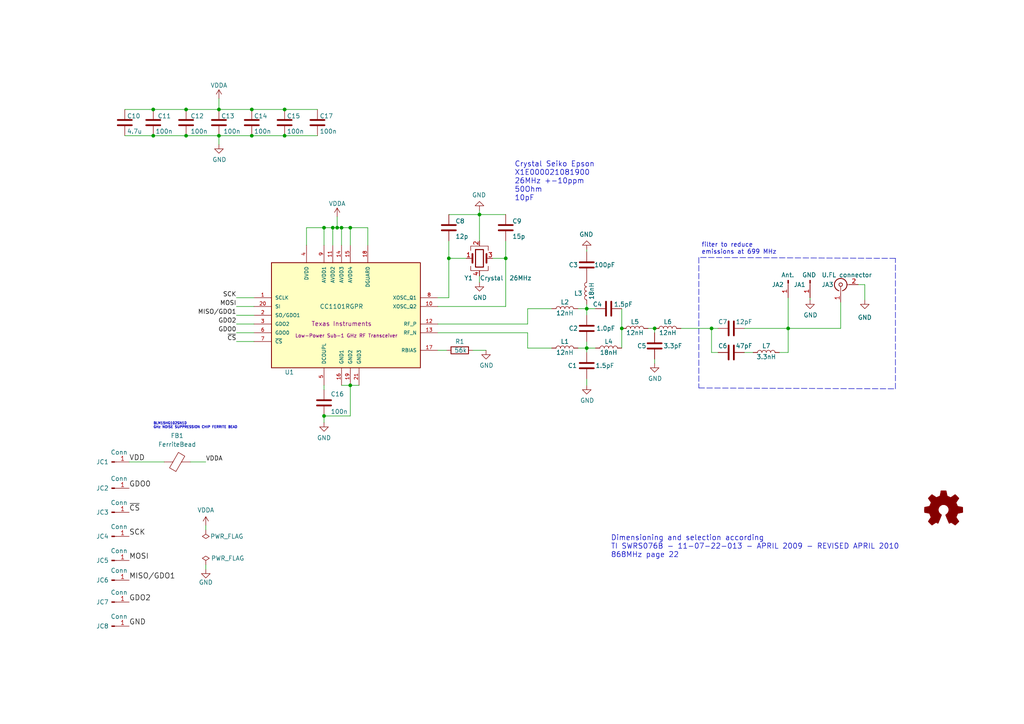
<source format=kicad_sch>
(kicad_sch (version 20211123) (generator eeschema)
  (paper "A4")
  (title_block (title "CC1101_868MHz_UFL_RF_Modul_FUEL4EP") (date "2023-08-28") (rev "1.1") (company "(C) FUEL4EP 2023") (comment 1 "fork of Jérômes CC1101_module https://github.com/jp112sdl/CC1101_Module ") (comment 2 "Creative Commons License, non-commercial") (comment 3 "for AsksinPP DIY devices") (comment 4 "868.3 MHz CC1101 RF tranceiver module prepared for JLCPCB assembly"))
  (lib_symbols
    (symbol "Connector:Conn_01x01_Male" (pin_names (offset 1.016) hide)
      (property "Reference" "J" (at 0 2.54 0))
      (property "Value" "Conn_01x01_Male" (at 0 -2.54 0))
      (symbol "Conn_01x01_Male_1_1"
        (polyline (pts (xy 1.27 0) (xy 0.8636 0)) (stroke (width 0.1524)))
        (rectangle (start 0.8636 0.127) (end 0 -0.127) (stroke (width 0.1524)) (fill (type outline)))
        (pin passive line (at 5.08 0 180) (length 3.81) (name "Pin_1") (number "1"))
      )
    )
    (symbol "Connector:Conn_Coaxial" (pin_names (offset 1.016) hide)
      (property "Reference" "J" (at 0.254 3.048 0))
      (property "Value" "Conn_Coaxial" (at 2.921 0 90))
      (symbol "Conn_Coaxial_0_1"
        (arc (start -1.778 -0.508) (mid 0.2311 -1.8066) (end 1.778 0) (stroke (width 0.254)))
        (polyline (pts (xy -2.54 0) (xy -0.508 0)))
        (polyline (pts (xy 0 -2.54) (xy 0 -1.778)))
        (circle (center 0 0) (radius 0.508) (stroke (width 0.2032)))
        (arc (start 1.778 0) (mid 0.2099 1.8101) (end -1.778 0.508) (stroke (width 0.254)))
      )
      (symbol "Conn_Coaxial_1_1"
        (pin passive line (at -5.08 0 0) (length 2.54) (name "In") (number "1"))
        (pin passive line (at 0 -5.08 90) (length 2.54) (name "Ext") (number "2"))
      )
    )
    (symbol "Device:C" (pin_numbers hide) (pin_names (offset 0.254))
      (property "Reference" "C" (at 0.635 2.54 0))
      (property "Value" "C" (at 0.635 -2.54 0))
      (symbol "C_0_1"
        (polyline (pts (xy -2.032 -0.762) (xy 2.032 -0.762)) (stroke (width 0.508)))
        (polyline (pts (xy -2.032 0.762) (xy 2.032 0.762)) (stroke (width 0.508)))
      )
      (symbol "C_1_1"
        (pin passive line (at 0 3.81 270) (length 2.794) (name "~") (number "1"))
        (pin passive line (at 0 -3.81 90) (length 2.794) (name "~") (number "2"))
      )
    )
    (symbol "Device:Crystal_GND24" (pin_names (offset 1.016) hide)
      (property "Reference" "Y" (at 3.175 5.08 0))
      (property "Value" "Crystal_GND24" (at 3.175 3.175 0))
      (symbol "Crystal_GND24_0_1"
        (rectangle (start -1.143 2.54) (end 1.143 -2.54) (stroke (width 0.3048)))
        (polyline (pts (xy -2.54 0) (xy -2.032 0)))
        (polyline (pts (xy -2.032 -1.27) (xy -2.032 1.27)) (stroke (width 0.508)))
        (polyline (pts (xy 0 -3.81) (xy 0 -3.556)))
        (polyline (pts (xy 0 3.556) (xy 0 3.81)))
        (polyline (pts (xy 2.032 -1.27) (xy 2.032 1.27)) (stroke (width 0.508)))
        (polyline (pts (xy 2.032 0) (xy 2.54 0)))
        (polyline (pts (xy -2.54 -2.286) (xy -2.54 -3.556) (xy 2.54 -3.556) (xy 2.54 -2.286)))
        (polyline (pts (xy -2.54 2.286) (xy -2.54 3.556) (xy 2.54 3.556) (xy 2.54 2.286)))
      )
      (symbol "Crystal_GND24_1_1"
        (pin passive line (at -3.81 0 0) (length 1.27) (name "1") (number "1"))
        (pin passive line (at 0 5.08 270) (length 1.27) (name "2") (number "2"))
        (pin passive line (at 3.81 0 180) (length 1.27) (name "3") (number "3"))
        (pin passive line (at 0 -5.08 90) (length 1.27) (name "4") (number "4"))
      )
    )
    (symbol "Device:FerriteBead" (pin_numbers hide) (pin_names (offset 0))
      (property "Reference" "FB" (at -3.81 0.635 90))
      (property "Value" "FerriteBead" (at 3.81 0 90))
      (symbol "FerriteBead_0_1"
        (polyline (pts (xy 0 -1.27) (xy 0 -1.2192)))
        (polyline (pts (xy 0 1.27) (xy 0 1.2954)))
        (polyline (pts (xy -2.7686 0.4064) (xy -1.7018 2.2606) (xy 2.7686 -0.3048) (xy 1.6764 -2.159) (xy -2.7686 0.4064)))
      )
      (symbol "FerriteBead_1_1"
        (pin passive line (at 0 3.81 270) (length 2.54) (name "~") (number "1"))
        (pin passive line (at 0 -3.81 90) (length 2.54) (name "~") (number "2"))
      )
    )
    (symbol "Device:L" (pin_numbers hide) (pin_names (offset 1.016) hide)
      (property "Reference" "L" (at -1.27 0 90))
      (property "Value" "L" (at 1.905 0 90))
      (symbol "L_0_1"
        (arc (start 0 -2.54) (mid 0.635 -1.905) (end 0 -1.27))
        (arc (start 0 -1.27) (mid 0.635 -0.635) (end 0 0))
        (arc (start 0 0) (mid 0.635 0.635) (end 0 1.27))
        (arc (start 0 1.27) (mid 0.635 1.905) (end 0 2.54))
      )
      (symbol "L_1_1"
        (pin passive line (at 0 3.81 270) (length 1.27) (name "1") (number "1"))
        (pin passive line (at 0 -3.81 90) (length 1.27) (name "2") (number "2"))
      )
    )
    (symbol "Device:R" (pin_numbers hide) (pin_names (offset 0))
      (property "Reference" "R" (at 2.032 0 90))
      (property "Value" "R" (at 0 0 90))
      (symbol "R_0_1"
        (rectangle (start -1.016 -2.54) (end 1.016 2.54) (stroke (width 0.254)))
      )
      (symbol "R_1_1"
        (pin passive line (at 0 3.81 270) (length 1.27) (name "~") (number "1"))
        (pin passive line (at 0 -3.81 90) (length 1.27) (name "~") (number "2"))
      )
    )
    (symbol "FUEL4EP:CC1101RGPR" (pin_names (offset 1.016))
      (property "Reference" "U" (at -20.955 -18.415 0))
      (property "Value" "CC1101RGPR" (at -6.35 2.54 0))
      (symbol "CC1101RGPR_0_0"
        (rectangle (start -20.32 -15.24) (end 22.86 15.24) (stroke (width 0.254)) (fill (type background)))
        (pin input line (at -25.4 5.08 0) (length 5.08) (name "SCLK") (number "1"))
        (pin bidirectional line (at 27.94 2.54 180) (length 5.08) (name "XOSC_Q2") (number "10"))
        (pin power_in line (at -2.54 20.32 270) (length 5.08) (name "AVDD2") (number "11"))
        (pin bidirectional line (at 27.94 -2.54 180) (length 5.08) (name "RF_P") (number "12"))
        (pin bidirectional line (at 27.94 -5.08 180) (length 5.08) (name "RF_N") (number "13"))
        (pin power_in line (at 0 20.32 270) (length 5.08) (name "AVDD3") (number "14"))
        (pin power_in line (at 2.54 20.32 270) (length 5.08) (name "AVDD4") (number "15"))
        (pin power_in line (at 0 -20.32 90) (length 5.08) (name "GND1") (number "16"))
        (pin bidirectional line (at 27.94 -10.16 180) (length 5.08) (name "RBIAS") (number "17"))
        (pin power_in line (at 7.62 20.32 270) (length 5.08) (name "DGUARD") (number "18"))
        (pin power_in line (at 2.54 -20.32 90) (length 5.08) (name "GND2") (number "19"))
        (pin bidirectional line (at -25.4 0 0) (length 5.08) (name "SO/GDO1") (number "2"))
        (pin input line (at -25.4 2.54 0) (length 5.08) (name "SI") (number "20"))
        (pin power_in line (at 5.08 -20.32 90) (length 5.08) (name "GND3") (number "21"))
        (pin output line (at -25.4 -2.54 0) (length 5.08) (name "GDO2") (number "3"))
        (pin power_in line (at -10.16 20.32 270) (length 5.08) (name "DVDD") (number "4"))
        (pin bidirectional line (at -5.08 -20.32 90) (length 5.08) (name "DCOUPL") (number "5"))
        (pin output line (at -25.4 -5.08 0) (length 5.08) (name "GDO0") (number "6"))
        (pin input line (at -25.4 -7.62 0) (length 5.08) (name "~{CS}") (number "7"))
        (pin bidirectional line (at 27.94 5.08 180) (length 5.08) (name "XOSC_Q1") (number "8"))
        (pin power_in line (at -5.08 20.32 270) (length 5.08) (name "AVDD1") (number "9"))
      )
    )
    (symbol "Graphic:Logo_Open_Hardware_Small" (pin_names (offset 1.016))
      (symbol "Logo_Open_Hardware_Small_0_1"
        (polyline (pts (xy 3.3528 -4.3434) (xy 3.302 -4.318) (xy 3.175 -4.2418) (xy 2.9972 -4.1148) (xy 2.7686 -3.9624) (xy 2.54 -3.81) (xy 2.3622 -3.7084) (xy 2.2352 -3.6068) (xy 2.1844 -3.5814) (xy 2.159 -3.6068) (xy 2.0574 -3.6576) (xy 1.905 -3.7338) (xy 1.8034 -3.7846) (xy 1.6764 -3.8354) (xy 1.6002 -3.8354) (xy 1.6002 -3.8354) (xy 1.5494 -3.7338) (xy 1.4732 -3.5306) (xy 1.3462 -3.302) (xy 1.2446 -3.0226) (xy 1.1176 -2.7178) (xy 0.9652 -2.413) (xy 0.8636 -2.1082) (xy 0.7366 -1.8288) (xy 0.6604 -1.6256) (xy 0.6096 -1.4732) (xy 0.5842 -1.397) (xy 0.5842 -1.397) (xy 0.6604 -1.3208) (xy 0.7874 -1.2446) (xy 1.0414 -1.016) (xy 1.2954 -0.6858) (xy 1.4478 -0.3302) (xy 1.524 0.0762) (xy 1.4732 0.4572) (xy 1.3208 0.8128) (xy 1.0668 1.143) (xy 0.762 1.3716) (xy 0.4064 1.524) (xy 0 1.5748) (xy -0.381 1.5494) (xy -0.7366 1.397) (xy -1.0668 1.143) (xy -1.2192 0.9906) (xy -1.397 0.6604) (xy -1.524 0.3048) (xy -1.524 0.2286) (xy -1.4986 -0.1778) (xy -1.397 -0.5334) (xy -1.1938 -0.8636) (xy -0.9144 -1.143) (xy -0.8636 -1.1684) (xy -0.7366 -1.27) (xy -0.635 -1.3462) (xy -0.5842 -1.397) (xy -1.0668 -2.5908) (xy -1.143 -2.794) (xy -1.2954 -3.1242) (xy -1.397 -3.4036) (xy -1.4986 -3.6322) (xy -1.5748 -3.7846) (xy -1.6002 -3.8354) (xy -1.6002 -3.8354) (xy -1.651 -3.8354) (xy -1.7272 -3.81) (xy -1.905 -3.7338) (xy -2.0066 -3.683) (xy -2.1336 -3.6068) (xy -2.2098 -3.5814) (xy -2.2606 -3.6068) (xy -2.3622 -3.683) (xy -2.54 -3.81) (xy -2.7686 -3.9624) (xy -2.9718 -4.0894) (xy -3.1496 -4.2164) (xy -3.302 -4.318) (xy -3.3528 -4.3434) (xy -3.3782 -4.3434) (xy -3.429 -4.318) (xy -3.5306 -4.2164) (xy -3.7084 -4.064) (xy -3.937 -3.8354) (xy -3.9624 -3.81) (xy -4.1656 -3.6068) (xy -4.318 -3.4544) (xy -4.4196 -3.3274) (xy -4.445 -3.2766) (xy -4.445 -3.2766) (xy -4.4196 -3.2258) (xy -4.318 -3.0734) (xy -4.2164 -2.8956) (xy -4.064 -2.667) (xy -3.6576 -2.0828) (xy -3.8862 -1.5494) (xy -3.937 -1.3716) (xy -4.0386 -1.1684) (xy -4.0894 -1.0414) (xy -4.1148 -0.9652) (xy -4.191 -0.9398) (xy -4.318 -0.9144) (xy -4.5466 -0.8636) (xy -4.8006 -0.8128) (xy -5.0546 -0.7874) (xy -5.2578 -0.7366) (xy -5.4356 -0.7112) (xy -5.5118 -0.6858) (xy -5.5118 -0.6858) (xy -5.5372 -0.635) (xy -5.5372 -0.5588) (xy -5.5372 -0.4318) (xy -5.5626 -0.2286) (xy -5.5626 0.0762) (xy -5.5626 0.127) (xy -5.5372 0.4064) (xy -5.5372 0.635) (xy -5.5372 0.762) (xy -5.5372 0.8382) (xy -5.5372 0.8382) (xy -5.461 0.8382) (xy -5.3086 0.889) (xy -5.08 0.9144) (xy -4.826 0.9652) (xy -4.8006 0.9906) (xy -4.5466 1.0414) (xy -4.318 1.0668) (xy -4.1656 1.1176) (xy -4.0894 1.143) (xy -4.0894 1.143) (xy -4.0386 1.2446) (xy -3.9624 1.4224) (xy -3.8608 1.6256) (xy -3.7846 1.8288) (xy -3.7084 2.0066) (xy -3.6576 2.159) (xy -3.6322 2.2098) (xy -3.6322 2.2098) (xy -3.683 2.286) (xy -3.7592 2.413) (xy -3.8862 2.5908) (xy -4.064 2.8194) (xy -4.064 2.8448) (xy -4.2164 3.0734) (xy -4.3434 3.2512) (xy -4.4196 3.3782) (xy -4.445 3.4544) (xy -4.445 3.4544) (xy -4.3942 3.5052) (xy -4.2926 3.6322) (xy -4.1148 3.81) (xy -3.937 4.0132) (xy -3.8608 4.064) (xy -3.6576 4.2926) (xy -3.5052 4.4196) (xy -3.4036 4.4958) (xy -3.3528 4.5212) (xy -3.3528 4.5212) (xy -3.302 4.4704) (xy -3.1496 4.3688) (xy -2.9718 4.2418) (xy -2.7432 4.0894) (xy -2.7178 4.0894) (xy -2.4892 3.937) (xy -2.3114 3.81) (xy -2.1844 3.7084) (xy -2.1336 3.683) (xy -2.1082 3.683) (xy -2.032 3.7084) (xy -1.8542 3.7592) (xy -1.6764 3.8354) (xy -1.4732 3.937) (xy -1.27 4.0132) (xy -1.143 4.064) (xy -1.0668 4.1148) (xy -1.0668 4.1148) (xy -1.0414 4.191) (xy -1.016 4.3434) (xy -0.9652 4.572) (xy -0.9144 4.8514) (xy -0.889 4.9022) (xy -0.8382 5.1562) (xy -0.8128 5.3848) (xy -0.7874 5.5372) (xy -0.762 5.588) (xy -0.7112 5.6134) (xy -0.5842 5.6134) (xy -0.4064 5.6134) (xy -0.1524 5.6134) (xy 0.0762 5.6134) (xy 0.3302 5.6134) (xy 0.5334 5.6134) (xy 0.6858 5.588) (xy 0.7366 5.588) (xy 0.7366 5.588) (xy 0.762 5.5118) (xy 0.8128 5.334) (xy 0.8382 5.1054) (xy 0.9144 4.826) (xy 0.9144 4.7752) (xy 0.9652 4.5212) (xy 1.016 4.2926) (xy 1.0414 4.1402) (xy 1.0668 4.0894) (xy 1.0668 4.0894) (xy 1.1938 4.0386) (xy 1.3716 3.9624) (xy 1.5748 3.8608) (xy 2.0828 3.6576) (xy 2.7178 4.0894) (xy 2.7686 4.1402) (xy 2.9972 4.2926) (xy 3.175 4.4196) (xy 3.302 4.4958) (xy 3.3782 4.5212) (xy 3.3782 4.5212) (xy 3.429 4.4704) (xy 3.556 4.3434) (xy 3.7338 4.191) (xy 3.9116 3.9878) (xy 4.064 3.8354) (xy 4.2418 3.6576) (xy 4.3434 3.556) (xy 4.4196 3.4798) (xy 4.4196 3.429) (xy 4.4196 3.4036) (xy 4.3942 3.3274) (xy 4.2926 3.2004) (xy 4.1656 2.9972) (xy 4.0132 2.794) (xy 3.8862 2.5908) (xy 3.7592 2.3876) (xy 3.6576 2.2352) (xy 3.6322 2.159) (xy 3.6322 2.1336) (xy 3.683 2.0066) (xy 3.7592 1.8288) (xy 3.8608 1.6002) (xy 4.064 1.1176) (xy 4.3942 1.0414) (xy 4.5974 1.016) (xy 4.8768 0.9652) (xy 5.1308 0.9144) (xy 5.5372 0.8382) (xy 5.5626 -0.6604) (xy 5.4864 -0.6858) (xy 5.4356 -0.6858) (xy 5.2832 -0.7366) (xy 5.0546 -0.762) (xy 4.8006 -0.8128) (xy 4.5974 -0.8636) (xy 4.3688 -0.9144) (xy 4.2164 -0.9398) (xy 4.1402 -0.9398) (xy 4.1148 -0.9652) (xy 4.064 -1.0668) (xy 3.9878 -1.2446) (xy 3.9116 -1.4478) (xy 3.81 -1.651) (xy 3.7338 -1.8542) (xy 3.683 -2.0066) (xy 3.6576 -2.0828) (xy 3.683 -2.1336) (xy 3.7846 -2.2606) (xy 3.8862 -2.4638) (xy 4.0386 -2.667) (xy 4.191 -2.8956) (xy 4.318 -3.0734) (xy 4.3942 -3.2004) (xy 4.445 -3.2766) (xy 4.4196 -3.3274) (xy 4.3434 -3.429) (xy 4.1656 -3.5814) (xy 3.937 -3.8354) (xy 3.8862 -3.8608) (xy 3.683 -4.064) (xy 3.5306 -4.2164) (xy 3.4036 -4.318) (xy 3.3528 -4.3434)) (fill (type outline)))
      )
    )
    (symbol "power:GND" (power) (pin_names (offset 0))
      (property "Value" "GND" (at 0 -3.81 0))
      (symbol "GND_0_1"
        (polyline (pts (xy 0 0) (xy 0 -1.27) (xy 1.27 -1.27) (xy 0 -2.54) (xy -1.27 -1.27) (xy 0 -1.27)))
      )
      (symbol "GND_1_1"
        (pin power_in line (at 0 0 270) (length 0) hide (name "GND") (number "1"))
      )
    )
    (symbol "power:PWR_FLAG" (power) (pin_numbers hide) (pin_names (offset 0) hide)
      (property "Value" "PWR_FLAG" (at 0 3.81 0))
      (symbol "PWR_FLAG_0_0"
        (pin power_out line (at 0 0 90) (length 0) (name "pwr") (number "1"))
      )
      (symbol "PWR_FLAG_0_1"
        (polyline (pts (xy 0 0) (xy 0 1.27) (xy -1.016 1.905) (xy 0 2.54) (xy 1.016 1.905) (xy 0 1.27)))
      )
    )
    (symbol "power:VDDA" (power) (pin_names (offset 0))
      (property "Value" "VDDA" (at 0 3.81 0))
      (symbol "VDDA_0_1"
        (polyline (pts (xy -0.762 1.27) (xy 0 2.54)))
        (polyline (pts (xy 0 0) (xy 0 2.54)))
        (polyline (pts (xy 0 2.54) (xy 0.762 1.27)))
      )
      (symbol "VDDA_1_1"
        (pin power_in line (at 0 0 90) (length 0) hide (name "VDDA") (number "1"))
      )
    )
  )
  (junction (at 73.025 31.75))
  (junction (at 101.6 66.04))
  (junction (at 63.5 39.37))
  (junction (at 44.45 39.37))
  (junction (at 82.55 31.75))
  (junction (at 97.79 66.04))
  (junction (at 93.98 66.04))
  (junction (at 53.975 39.37))
  (junction (at 146.685 74.93))
  (junction (at 228.6 95.25))
  (junction (at 63.5 31.75))
  (junction (at 180.34 95.25))
  (junction (at 44.45 31.75))
  (junction (at 170.18 100.965))
  (junction (at 73.025 39.37))
  (junction (at 82.55 39.37))
  (junction (at 130.175 74.93))
  (junction (at 93.98 120.65))
  (junction (at 99.06 66.04))
  (junction (at 206.375 95.25))
  (junction (at 189.865 95.25))
  (junction (at 139.065 62.23))
  (junction (at 101.6 111.76))
  (junction (at 53.975 31.75))
  (junction (at 96.52 66.04))
  (junction (at 170.18 89.535))
  (wire (pts (xy 139.065 62.23) (xy 130.175 62.23)))
  (wire (pts (xy 146.685 62.23) (xy 139.065 62.23)))
  (wire (pts (xy 170.18 89.535) (xy 170.18 91.44)))
  (wire (pts (xy 101.6 120.65) (xy 93.98 120.65)))
  (wire (pts (xy 73.025 31.75) (xy 82.55 31.75)))
  (wire (pts (xy 44.45 39.37) (xy 53.975 39.37)))
  (wire (pts (xy 44.45 31.75) (xy 53.975 31.75)))
  (wire (pts (xy 127 96.52) (xy 153.035 96.52)))
  (wire (pts (xy 88.9 66.04) (xy 88.9 71.12)))
  (wire (pts (xy 139.065 62.23) (xy 139.065 69.85)))
  (wire (pts (xy 97.79 66.04) (xy 99.06 66.04)))
  (wire (pts (xy 170.18 100.965) (xy 170.18 99.06)))
  (wire (pts (xy 82.55 38.735) (xy 82.55 39.37)))
  (wire (pts (xy 170.18 88.265) (xy 170.18 89.535)))
  (wire (pts (xy 139.065 60.96) (xy 139.065 62.23)))
  (wire (pts (xy 197.485 95.25) (xy 206.375 95.25)))
  (wire (pts (xy 167.64 100.965) (xy 170.18 100.965)))
  (wire (pts (xy 101.6 66.04) (xy 106.68 66.04)))
  (wire (pts (xy 189.865 95.25) (xy 189.865 96.52)))
  (wire (pts (xy 130.175 74.93) (xy 130.175 86.36)))
  (wire (pts (xy 180.34 95.25) (xy 180.34 100.965)))
  (wire (pts (xy 170.18 100.965) (xy 170.18 102.235)))
  (wire (pts (xy 208.28 102.235) (xy 206.375 102.235)))
  (wire (pts (xy 130.175 86.36) (xy 127 86.36)))
  (wire (pts (xy 63.5 28.575) (xy 63.5 31.75)))
  (polyline (pts (xy 202.692 112.522) (xy 259.715 112.776)))
  (wire (pts (xy 106.68 66.04) (xy 106.68 71.12)))
  (wire (pts (xy 99.06 66.04) (xy 99.06 71.12)))
  (wire (pts (xy 63.5 39.37) (xy 63.5 41.91)))
  (wire (pts (xy 68.58 93.98) (xy 73.66 93.98)))
  (wire (pts (xy 63.5 31.75) (xy 73.025 31.75)))
  (wire (pts (xy 250.825 82.55) (xy 250.825 86.995)))
  (wire (pts (xy 228.6 86.36) (xy 228.6 95.25)))
  (wire (pts (xy 127 93.98) (xy 153.035 93.98)))
  (polyline (pts (xy 259.715 74.93) (xy 202.692 74.676)))
  (wire (pts (xy 68.58 96.52) (xy 73.66 96.52)))
  (wire (pts (xy 59.69 163.83) (xy 59.69 165.1)))
  (wire (pts (xy 82.55 39.37) (xy 92.075 39.37)))
  (wire (pts (xy 243.84 95.25) (xy 243.84 87.63)))
  (wire (pts (xy 153.035 89.535) (xy 160.02 89.535)))
  (polyline (pts (xy 259.715 112.776) (xy 259.715 74.93)))
  (wire (pts (xy 97.79 62.865) (xy 97.79 66.04)))
  (wire (pts (xy 170.18 100.965) (xy 172.72 100.965)))
  (wire (pts (xy 37.465 133.985) (xy 47.625 133.985)))
  (wire (pts (xy 153.035 93.98) (xy 153.035 89.535)))
  (wire (pts (xy 127 88.9) (xy 146.685 88.9)))
  (wire (pts (xy 153.035 100.965) (xy 160.02 100.965)))
  (wire (pts (xy 101.6 111.76) (xy 99.06 111.76)))
  (wire (pts (xy 206.375 95.25) (xy 208.28 95.25)))
  (wire (pts (xy 36.195 31.75) (xy 44.45 31.75)))
  (wire (pts (xy 248.92 82.55) (xy 250.825 82.55)))
  (wire (pts (xy 36.195 39.37) (xy 44.45 39.37)))
  (wire (pts (xy 170.18 72.39) (xy 170.18 73.025)))
  (wire (pts (xy 82.55 31.75) (xy 92.075 31.75)))
  (wire (pts (xy 130.175 69.85) (xy 130.175 74.93)))
  (wire (pts (xy 55.245 133.985) (xy 59.69 133.985)))
  (wire (pts (xy 180.34 89.535) (xy 180.34 95.25)))
  (wire (pts (xy 215.9 95.25) (xy 228.6 95.25)))
  (wire (pts (xy 93.98 66.04) (xy 88.9 66.04)))
  (wire (pts (xy 53.975 39.37) (xy 63.5 39.37)))
  (wire (pts (xy 68.58 88.9) (xy 73.66 88.9)))
  (wire (pts (xy 93.98 66.04) (xy 96.52 66.04)))
  (wire (pts (xy 101.6 66.04) (xy 101.6 71.12)))
  (wire (pts (xy 228.6 102.235) (xy 226.06 102.235)))
  (wire (pts (xy 101.6 111.76) (xy 101.6 120.65)))
  (wire (pts (xy 146.685 74.93) (xy 146.685 88.9)))
  (wire (pts (xy 68.58 86.36) (xy 73.66 86.36)))
  (wire (pts (xy 68.58 99.06) (xy 73.66 99.06)))
  (wire (pts (xy 99.06 66.04) (xy 101.6 66.04)))
  (wire (pts (xy 206.375 102.235) (xy 206.375 95.25)))
  (wire (pts (xy 93.98 120.65) (xy 93.98 122.555)))
  (wire (pts (xy 96.52 66.04) (xy 96.52 71.12)))
  (wire (pts (xy 228.6 95.25) (xy 228.6 102.235)))
  (wire (pts (xy 139.065 80.01) (xy 139.065 81.915)))
  (wire (pts (xy 234.95 86.36) (xy 234.95 86.995)))
  (wire (pts (xy 218.44 102.235) (xy 215.9 102.235)))
  (wire (pts (xy 170.18 109.855) (xy 170.18 111.76)))
  (wire (pts (xy 167.64 89.535) (xy 170.18 89.535)))
  (wire (pts (xy 68.58 91.44) (xy 73.66 91.44)))
  (polyline (pts (xy 202.692 74.676) (xy 202.692 112.522)))
  (wire (pts (xy 146.685 74.93) (xy 146.685 69.85)))
  (wire (pts (xy 130.175 74.93) (xy 135.255 74.93)))
  (wire (pts (xy 101.6 111.76) (xy 104.14 111.76)))
  (wire (pts (xy 127 101.6) (xy 129.54 101.6)))
  (wire (pts (xy 96.52 66.04) (xy 97.79 66.04)))
  (wire (pts (xy 153.035 96.52) (xy 153.035 100.965)))
  (wire (pts (xy 63.5 39.37) (xy 73.025 39.37)))
  (wire (pts (xy 73.025 39.37) (xy 82.55 39.37)))
  (wire (pts (xy 142.875 74.93) (xy 146.685 74.93)))
  (wire (pts (xy 137.16 101.6) (xy 140.97 101.6)))
  (wire (pts (xy 53.975 31.75) (xy 63.5 31.75)))
  (wire (pts (xy 93.98 111.76) (xy 93.98 113.03)))
  (wire (pts (xy 228.6 95.25) (xy 243.84 95.25)))
  (wire (pts (xy 59.69 152.4) (xy 59.69 153.67)))
  (wire (pts (xy 187.96 95.25) (xy 189.865 95.25)))
  (wire (pts (xy 189.865 104.14) (xy 189.865 105.41)))
  (wire (pts (xy 170.18 89.535) (xy 172.72 89.535)))
  (wire (pts (xy 93.98 71.12) (xy 93.98 66.04)))
  (text "Dimensioning and selection according \nTI SWRS076B - 11-07-22-013 - APRIL 2009 - REVISED APRIL 2010\n868MHz page 22" (at 177.165 161.925 0) (effects (font (size 1.524 1.524)) (justify left bottom)))
  (text "filter to reduce\nemissions at 699 MHz" (at 203.454 73.914 0) (effects (font (size 1.27 1.27)) (justify left bottom)))
  (text "Crystal Seiko Epson\nX1E000021081900\n26MHz +-10ppm\n50Ohm\n10pF" (at 149.225 58.42 0) (effects (font (size 1.524 1.524)) (justify left bottom)))
  (text "BLM15HG102SN1D\nGHz NOISE SUPPRESSION CHIP FERRITE BEAD" (at 44.45 124.46 0) (effects (font (size 0.7 0.7)) (justify left bottom)))
  (label "MISO{slash}GDO1" (at 68.58 91.44 180))
  (label "GDO0" (at 68.58 96.52 180))
  (label "GDO2" (at 37.465 174.625 0) (effects (font (size 1.524 1.524))))
  (label "MOSI" (at 68.58 88.9 180))
  (label "GND" (at 37.465 181.61 0) (effects (font (size 1.524 1.524))))
  (label "~{CS}" (at 37.465 148.59 0) (effects (font (size 1.524 1.524))))
  (label "GDO2" (at 68.58 93.98 180))
  (label "MISO{slash}GDO1" (at 37.465 168.275 0) (effects (font (size 1.524 1.524))))
  (label "SCK" (at 68.58 86.36 180))
  (label "VDDA" (at 59.69 133.985 0))
  (label "MOSI" (at 37.465 162.56 0) (effects (font (size 1.524 1.524))))
  (label "~{CS}" (at 68.58 99.06 180))
  (label "VDD" (at 37.465 133.985 0) (effects (font (size 1.524 1.524))))
  (label "GDO0" (at 37.465 141.605 0) (effects (font (size 1.524 1.524))))
  (label "SCK" (at 37.465 155.575 0) (effects (font (size 1.524 1.524))))
  (symbol (lib_id "Connector:Conn_01x01_Male") (at 32.385 155.575 0) (unit 1)
    (property "Reference" "JC4" (at 29.718 155.575 0))
    (property "Value" "Conn" (at 34.544 152.781 0))
    (property "Footprint" "FUEL4EP:edge_hole_Pitch1.27mm_Drill0.75mm_rounded" (effects hide))
  )
  (symbol (lib_id "Device:C") (at 73.025 35.56 0) (unit 1)
    (property "Reference" "C14" (at 73.66 33.655 0) (effects (justify left)))
    (property "Value" "100n" (at 73.66 38.1 0) (effects (justify left)))
    (property "Footprint" "Capacitor_SMD:C_0402_1005Metric" (effects hide))
    (property "LCSC" "C1525" (effects hide))
    (property "TYPE" "0402" (effects hide))
  )
  (symbol (lib_id "power:GND") (at 234.95 86.995 0) (unit 1)
    (property "Reference" "#PWR0103" (effects hide))
    (property "Value" "GND" (at 235.077 91.3892 0))
  )
  (symbol (lib_id "Device:C") (at 189.865 100.33 0) (mirror x) (unit 1)
    (property "Reference" "C5" (at 184.785 100.33 0) (effects (justify left)))
    (property "Value" "3.3pF" (at 192.405 100.33 0) (effects (justify left)))
    (property "Footprint" "Capacitor_SMD:C_0402_1005Metric" (effects hide))
    (property "LCSC" "C1565" (effects hide))
    (property "TYPE" "0402" (effects hide))
  )
  (symbol (lib_id "Device:L") (at 184.15 95.25 90) (unit 1)
    (property "Reference" "L5" (at 184.15 93.345 90))
    (property "Value" "12nH" (at 184.15 96.52 90))
    (property "Footprint" "Inductor_SMD:L_0402_1005Metric" (effects hide))
    (property "LCSC" "C2043991" (effects hide))
    (property "TYPE" "0402" (effects hide))
  )
  (symbol (lib_id "power:GND") (at 59.69 165.1 0) (unit 1)
    (property "Reference" "#PWR0105" (effects hide))
    (property "Value" "GND" (at 59.69 168.91 0))
  )
  (symbol (lib_id "Device:L") (at 222.25 102.235 90) (unit 1)
    (property "Reference" "L7" (at 222.25 100.33 90))
    (property "Value" "3.3nH" (at 222.25 103.505 90))
    (property "Footprint" "Inductor_SMD:L_0402_1005Metric" (effects hide))
    (property "LCSC" "C412273" (effects hide))
    (property "TYPE" "0402" (effects hide))
  )
  (symbol (lib_id "Device:C") (at 82.55 35.56 0) (unit 1)
    (property "Reference" "C15" (at 83.185 33.655 0) (effects (justify left)))
    (property "Value" "100n" (at 83.185 38.1 0) (effects (justify left)))
    (property "Footprint" "Capacitor_SMD:C_0402_1005Metric" (effects hide))
    (property "LCSC" "C1525" (effects hide))
    (property "TYPE" "0402" (effects hide))
  )
  (symbol (lib_id "Graphic:Logo_Open_Hardware_Small") (at 273.685 147.955 0) (unit 1)
    (property "Reference" "LOGO1" (effects hide))
    (property "Value" "Logo_Open_Hardware_Small" (effects hide))
    (property "Footprint" "FUEL4EP:CC-BY-ND-SA_bottom" (effects hide))
  )
  (symbol (lib_id "Device:L") (at 176.53 100.965 90) (unit 1)
    (property "Reference" "L4" (at 176.53 99.06 90))
    (property "Value" "18nH" (at 176.53 102.235 90))
    (property "Footprint" "Inductor_SMD:L_0402_1005Metric" (effects hide))
    (property "LCSC" "C908004" (effects hide))
    (property "TYPE" "0402" (effects hide))
  )
  (symbol (lib_id "Device:L") (at 170.18 84.455 180) (unit 1)
    (property "Reference" "L3" (at 166.497 85.09 0) (effects (justify right)))
    (property "Value" "18nH" (at 171.577 86.995 90) (effects (justify right)))
    (property "Footprint" "Inductor_SMD:L_0402_1005Metric" (effects hide))
    (property "LCSC" "C908004" (effects hide))
    (property "TYPE" "0402" (effects hide))
  )
  (symbol (lib_id "Connector:Conn_01x01_Male") (at 32.385 133.985 0) (unit 1)
    (property "Reference" "JC1" (at 29.718 133.985 0))
    (property "Value" "Conn" (at 34.544 131.191 0))
    (property "Footprint" "FUEL4EP:edge_hole_Pitch1.27mm_Drill0.75mm" (effects hide))
  )
  (symbol (lib_id "Device:C") (at 63.5 35.56 0) (unit 1)
    (property "Reference" "C13" (at 64.135 33.655 0) (effects (justify left)))
    (property "Value" "100n" (at 64.77 38.1 0) (effects (justify left)))
    (property "Footprint" "Capacitor_SMD:C_0402_1005Metric" (effects hide))
    (property "LCSC" "C1525" (effects hide))
    (property "TYPE" "0402" (effects hide))
  )
  (symbol (lib_id "Device:L") (at 163.83 100.965 90) (unit 1)
    (property "Reference" "L1" (at 163.83 99.06 90))
    (property "Value" "12nH" (at 163.83 102.235 90))
    (property "Footprint" "Inductor_SMD:L_0402_1005Metric" (effects hide))
    (property "LCSC" "C2043991" (effects hide))
    (property "TYPE" "0402" (effects hide))
  )
  (symbol (lib_id "power:GND") (at 140.97 101.6 0) (unit 1)
    (property "Reference" "#PWR01" (effects hide))
    (property "Value" "GND" (at 141.097 105.9942 0))
  )
  (symbol (lib_id "Device:C") (at 212.09 95.25 270) (mirror x) (unit 1)
    (property "Reference" "C7" (at 208.28 93.345 90) (effects (justify left)))
    (property "Value" "12pF" (at 213.36 93.345 90) (effects (justify left)))
    (property "Footprint" "Capacitor_SMD:C_0402_1005Metric" (effects hide))
    (property "LCSC" "C1547" (effects hide))
    (property "TYPE" "0402" (effects hide))
  )
  (symbol (lib_id "power:GND") (at 139.065 81.915 0) (unit 1)
    (property "Reference" "#PWR0101" (effects hide))
    (property "Value" "GND" (at 139.192 86.3092 0))
  )
  (symbol (lib_id "Connector:Conn_Coaxial") (at 243.84 82.55 90) (unit 1)
    (property "Reference" "JA3" (at 240.03 82.55 90))
    (property "Value" "U.FL connector" (at 245.618 79.756 90))
    (property "Footprint" "FUEL4EP:U.FL_Molex_MCRF_73412-0110_Vertical" (effects hide))
    (property "Datasheet" " ~" (effects hide))
  )
  (symbol (lib_id "Device:C") (at 212.09 102.235 270) (mirror x) (unit 1)
    (property "Reference" "C6" (at 208.28 100.33 90) (effects (justify left)))
    (property "Value" "47pF" (at 213.36 100.33 90) (effects (justify left)))
    (property "Footprint" "Capacitor_SMD:C_0402_1005Metric" (effects hide))
    (property "LCSC" "C384800" (effects hide))
    (property "TYPE" "0402" (effects hide))
  )
  (symbol (lib_id "power:GND") (at 139.065 60.96 180) (unit 1)
    (property "Reference" "#PWR02" (effects hide))
    (property "Value" "GND" (at 138.938 56.5658 0))
  )
  (symbol (lib_id "power:VDDA") (at 59.69 152.4 0) (unit 1)
    (property "Reference" "#PWR0104" (effects hide))
    (property "Value" "VDDA" (at 59.69 147.955 0))
  )
  (symbol (lib_id "power:PWR_FLAG") (at 59.69 153.67 180) (unit 1)
    (property "Reference" "#FLG0101" (effects hide))
    (property "Value" "PWR_FLAG" (at 60.96 155.575 0) (effects (justify right)))
  )
  (symbol (lib_id "Device:FerriteBead") (at 51.435 133.985 90) (unit 1)
    (property "Reference" "FB1" (at 51.3842 126.365 90))
    (property "Value" "FerriteBead" (at 51.3842 128.905 90))
    (property "Footprint" "Inductor_SMD:L_0402_1005Metric" (effects hide))
    (property "Datasheet" "https://www.murata.com/products/productdata/8796740223006/ENFA0024.pdf?1531144803000" (effects hide))
    (property "LCSC" "C76889" (effects hide))
    (property "TYPE" "0402" (effects hide))
  )
  (symbol (lib_id "power:GND") (at 189.865 105.41 0) (unit 1)
    (property "Reference" "#PWR07" (effects hide))
    (property "Value" "GND" (at 189.992 109.8042 0))
  )
  (symbol (lib_id "power:VDDA") (at 63.5 28.575 0) (unit 1)
    (property "Reference" "#PWR08" (effects hide))
    (property "Value" "VDDA" (at 63.5 24.765 0))
  )
  (symbol (lib_id "Connector:Conn_01x01_Male") (at 32.385 148.59 0) (unit 1)
    (property "Reference" "JC3" (at 29.718 148.59 0))
    (property "Value" "Conn" (at 34.544 145.796 0))
    (property "Footprint" "FUEL4EP:edge_hole_Pitch1.27mm_Drill0.75mm_rounded" (effects hide))
  )
  (symbol (lib_id "power:VDDA") (at 97.79 62.865 0) (unit 1)
    (property "Reference" "#PWR011" (effects hide))
    (property "Value" "VDDA" (at 97.79 59.055 0))
  )
  (symbol (lib_id "FUEL4EP:CC1101RGPR") (at 99.06 91.44 0) (unit 1)
    (property "Reference" "U1" (at 82.55 107.95 0) (effects (justify left)))
    (property "Value" "CC1101RGPR" (at 92.71 88.9 0) (effects (justify left)))
    (property "Footprint" "Package_DFN_QFN:Texas_S-PVQFN-N20_EP2.4x2.4mm_ThermalVias" (effects hide))
    (property "Datasheet" "https://www.ti.com/lit/ds/symlink/cc1101.pdf" (effects hide))
    (property "MF" "Texas Instruments" (at 99.06 94.615 0) (effects (justify bottom)))
    (property "Description" "Low-Power Sub-1 GHz RF Transceiver" (at 100.457 97.917 0) (effects (font (size 1 1)) (justify bottom)))
    (property "Package" "QFN-20-EP(4x4)" (effects hide))
    (property "LCSC" "C29953" (effects hide))
    (property "TYPE" "QFN-20-EP(4x4)" (effects hide))
  )
  (symbol (lib_id "power:GND") (at 93.98 122.555 0) (unit 1)
    (property "Reference" "#PWR010" (effects hide))
    (property "Value" "GND" (at 93.98 127 0))
  )
  (symbol (lib_id "Device:C") (at 93.98 116.84 0) (unit 1)
    (property "Reference" "C16" (at 95.885 114.3 0) (effects (justify left)))
    (property "Value" "100n" (at 95.885 119.38 0) (effects (justify left)))
    (property "Footprint" "Capacitor_SMD:C_0402_1005Metric" (effects hide))
    (property "LCSC" "C1525" (effects hide))
    (property "TYPE" "0402" (effects hide))
  )
  (symbol (lib_id "Device:C") (at 53.975 35.56 0) (unit 1)
    (property "Reference" "C12" (at 55.245 33.655 0) (effects (justify left)))
    (property "Value" "100n" (at 55.245 38.1 0) (effects (justify left)))
    (property "Footprint" "Capacitor_SMD:C_0402_1005Metric" (effects hide))
    (property "LCSC" "C1525" (effects hide))
    (property "TYPE" "0402" (effects hide))
  )
  (symbol (lib_id "Device:C") (at 36.195 35.56 0) (unit 1)
    (property "Reference" "C10" (at 36.83 33.655 0) (effects (justify left)))
    (property "Value" "4.7u" (at 36.83 38.1 0) (effects (justify left)))
    (property "Footprint" "Capacitor_SMD:C_0402_1005Metric" (effects hide))
    (property "LCSC" "C23733" (effects hide))
    (property "TYPE" "0402" (effects hide))
  )
  (symbol (lib_id "power:GND") (at 170.18 72.39 180) (unit 1)
    (property "Reference" "#PWR05" (effects hide))
    (property "Value" "GND" (at 170.053 67.9958 0))
  )
  (symbol (lib_id "Connector:Conn_01x01_Male") (at 32.385 141.605 0) (unit 1)
    (property "Reference" "JC2" (at 29.718 141.605 0))
    (property "Value" "Conn" (at 34.544 138.811 0))
    (property "Footprint" "FUEL4EP:edge_hole_Pitch1.27mm_Drill0.75mm_rounded" (effects hide))
  )
  (symbol (lib_id "power:GND") (at 170.18 111.76 0) (unit 1)
    (property "Reference" "#PWR06" (effects hide))
    (property "Value" "GND" (at 170.307 116.1542 0))
  )
  (symbol (lib_id "power:PWR_FLAG") (at 59.69 163.83 0) (unit 1)
    (property "Reference" "#FLG0102" (effects hide))
    (property "Value" "PWR_FLAG" (at 66.04 161.925 0))
  )
  (symbol (lib_id "Device:C") (at 130.175 66.04 0) (unit 1)
    (property "Reference" "C8" (at 132.08 64.135 0) (effects (justify left)))
    (property "Value" "12p" (at 132.08 68.58 0) (effects (justify left)))
    (property "Footprint" "Capacitor_SMD:C_0402_1005Metric" (effects hide))
    (property "LCSC" "C1547" (effects hide))
    (property "TYPE" "0402" (effects hide))
  )
  (symbol (lib_id "Device:Crystal_GND24") (at 139.065 74.93 0) (unit 1)
    (property "Reference" "Y1" (at 135.89 80.645 0))
    (property "Value" "Crystal  26MHz" (at 146.685 80.645 0))
    (property "Footprint" "Crystal:Crystal_SMD_3225-4Pin_3.2x2.5mm" (effects hide))
    (property "Datasheet" "https://datasheet.lcsc.com/lcsc/2304140030_Seiko-Epson-X1E000021081900_C91747.pdf" (effects hide))
    (property "LCSC" "C91747" (effects hide))
    (property "TYPE" "SMD3225-4P" (effects hide))
  )
  (symbol (lib_id "Device:L") (at 163.83 89.535 90) (unit 1)
    (property "Reference" "L2" (at 163.83 87.63 90))
    (property "Value" "12nH" (at 163.83 90.805 90))
    (property "Footprint" "Inductor_SMD:L_0402_1005Metric" (effects hide))
    (property "LCSC" "C2043991" (effects hide))
    (property "TYPE" "0402" (effects hide))
  )
  (symbol (lib_id "Device:C") (at 44.45 35.56 0) (unit 1)
    (property "Reference" "C11" (at 45.72 33.655 0) (effects (justify left)))
    (property "Value" "100n" (at 45.085 38.1 0) (effects (justify left)))
    (property "Footprint" "Capacitor_SMD:C_0402_1005Metric" (effects hide))
    (property "LCSC" "C1525" (effects hide))
    (property "TYPE" "0402" (effects hide))
  )
  (symbol (lib_id "power:GND") (at 63.5 41.91 0) (unit 1)
    (property "Reference" "#PWR09" (effects hide))
    (property "Value" "GND" (at 63.627 46.3042 0))
  )
  (symbol (lib_id "Device:C") (at 170.18 95.25 0) (mirror y) (unit 1)
    (property "Reference" "C2" (at 167.64 95.25 0) (effects (justify left)))
    (property "Value" "1.0pF" (at 178.435 95.25 0) (effects (justify left)))
    (property "Footprint" "Capacitor_SMD:C_0402_1005Metric" (effects hide))
    (property "LCSC" "C710646" (effects hide))
    (property "TYPE" "0402" (effects hide))
  )
  (symbol (lib_id "Device:C") (at 170.18 106.045 0) (mirror y) (unit 1)
    (property "Reference" "C1" (at 167.386 106.045 0) (effects (justify left)))
    (property "Value" "1.5pF" (at 178.181 106.045 0) (effects (justify left)))
    (property "Footprint" "Capacitor_SMD:C_0402_1005Metric" (effects hide))
    (property "LCSC" "C76901" (effects hide))
    (property "TYPE" "0402" (effects hide))
  )
  (symbol (lib_id "Connector:Conn_01x01_Male") (at 228.6 81.28 270) (unit 1)
    (property "Reference" "JA2" (at 227.33 82.55 90) (effects (justify right)))
    (property "Value" "Ant." (at 230.378 79.756 90) (effects (justify right)))
    (property "Footprint" "FUEL4EP:edge_hole_Pitch2.28mm_Drill0.8mm" (effects hide))
  )
  (symbol (lib_id "Device:C") (at 170.18 76.835 0) (mirror y) (unit 1)
    (property "Reference" "C3" (at 167.64 76.835 0) (effects (justify left)))
    (property "Value" "100pF" (at 178.435 76.835 0) (effects (justify left)))
    (property "Footprint" "Capacitor_SMD:C_0402_1005Metric" (effects hide))
    (property "LCSC" "C1546" (effects hide))
    (property "TYPE" "0402" (effects hide))
  )
  (symbol (lib_id "Connector:Conn_01x01_Male") (at 32.385 174.625 0) (unit 1)
    (property "Reference" "JC7" (at 29.718 174.625 0))
    (property "Value" "Conn" (at 34.544 171.831 0))
    (property "Footprint" "FUEL4EP:edge_hole_Pitch1.27mm_Drill0.75mm_rounded" (effects hide))
  )
  (symbol (lib_id "Device:C") (at 92.075 35.56 0) (unit 1)
    (property "Reference" "C17" (at 92.71 33.655 0) (effects (justify left)))
    (property "Value" "100n" (at 92.71 38.1 0) (effects (justify left)))
    (property "Footprint" "Capacitor_SMD:C_0402_1005Metric" (effects hide))
    (property "LCSC" "C1525" (effects hide))
    (property "TYPE" "0402" (effects hide))
  )
  (symbol (lib_id "Connector:Conn_01x01_Male") (at 32.385 168.275 0) (unit 1)
    (property "Reference" "JC6" (at 29.718 168.275 0))
    (property "Value" "Conn" (at 34.544 165.481 0))
    (property "Footprint" "FUEL4EP:edge_hole_Pitch1.27mm_Drill0.75mm_rounded" (effects hide))
  )
  (symbol (lib_id "Device:L") (at 193.675 95.25 90) (unit 1)
    (property "Reference" "L6" (at 193.675 93.345 90))
    (property "Value" "12nH" (at 193.675 96.52 90))
    (property "Footprint" "Inductor_SMD:L_0402_1005Metric" (effects hide))
    (property "LCSC" "C2043991" (effects hide))
    (property "TYPE" "0402" (effects hide))
  )
  (symbol (lib_id "power:GND") (at 250.825 86.995 0) (unit 1)
    (property "Reference" "#PWR0102" (effects hide))
    (property "Value" "GND" (at 250.825 92.075 0))
  )
  (symbol (lib_id "Connector:Conn_01x01_Male") (at 32.385 181.61 0) (unit 1)
    (property "Reference" "JC8" (at 29.718 181.61 0))
    (property "Value" "Conn" (at 34.544 178.816 0))
    (property "Footprint" "FUEL4EP:edge_hole_Pitch1.27mm_Drill0.75mm_rounded" (effects hide))
  )
  (symbol (lib_id "Connector:Conn_01x01_Male") (at 32.385 162.56 0) (unit 1)
    (property "Reference" "JC5" (at 29.718 162.56 0))
    (property "Value" "Conn" (at 34.544 159.766 0))
    (property "Footprint" "FUEL4EP:edge_hole_Pitch1.27mm_Drill0.75mm_rounded" (effects hide))
  )
  (symbol (lib_id "Connector:Conn_01x01_Male") (at 234.95 81.28 270) (unit 1)
    (property "Reference" "JA1" (at 233.68 82.55 90) (effects (justify right)))
    (property "Value" "GND" (at 236.728 79.756 90) (effects (justify right)))
    (property "Footprint" "FUEL4EP:edge_hole_Pitch2.28mm_Drill0.8mm" (effects hide))
  )
  (symbol (lib_id "Device:C") (at 146.685 66.04 0) (unit 1)
    (property "Reference" "C9" (at 148.59 64.135 0) (effects (justify left)))
    (property "Value" "15p" (at 148.59 68.58 0) (effects (justify left)))
    (property "Footprint" "Capacitor_SMD:C_0402_1005Metric" (effects hide))
    (property "LCSC" "C2169087" (effects hide))
    (property "TYPE" "0402" (effects hide))
  )
  (symbol (lib_id "Device:C") (at 176.53 89.535 90) (mirror x) (unit 1)
    (property "Reference" "C4" (at 174.625 88.265 90) (effects (justify left)))
    (property "Value" "1.5pF" (at 183.515 88.265 90) (effects (justify left)))
    (property "Footprint" "Capacitor_SMD:C_0402_1005Metric" (effects hide))
    (property "LCSC" "C76901" (effects hide))
    (property "TYPE" "0402" (effects hide))
  )
  (symbol (lib_id "Device:R") (at 133.35 101.6 270) (unit 1)
    (property "Reference" "R1" (at 133.35 99.06 90))
    (property "Value" "56k" (at 133.604 101.6 90))
    (property "Footprint" "Resistor_SMD:R_0402_1005Metric" (effects hide))
    (property "LCSC" "C25796" (effects hide))
    (property "TYPE" "0402" (effects hide))
  )
)
</source>
